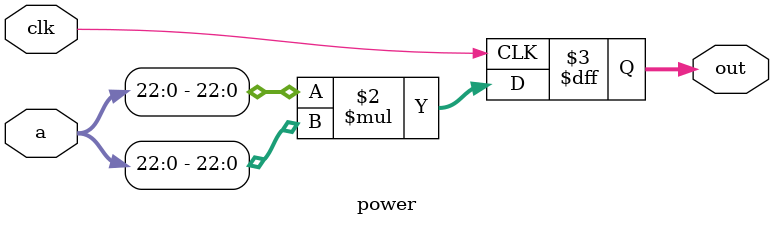
<source format=v>
`timescale 1ns / 1ps


module power(
input clk,input [23:0]a,output reg[47:0]out
    );
always @(posedge clk)begin
 out<=a[22:0]*a[22:0];
end   
endmodule

</source>
